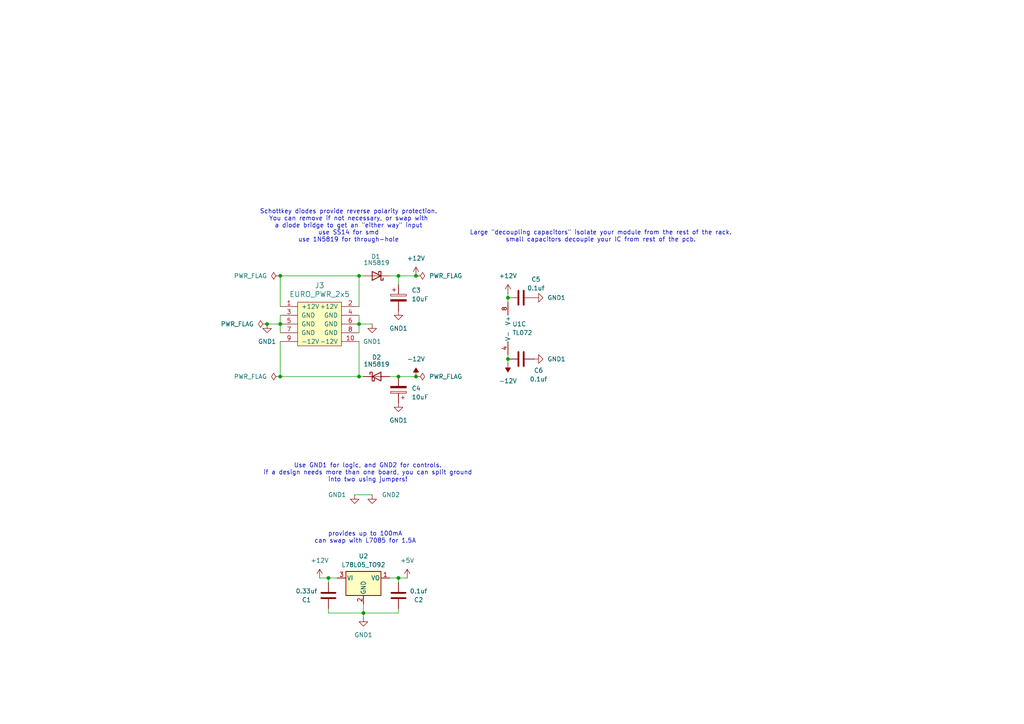
<source format=kicad_sch>
(kicad_sch (version 20231120) (generator "eeschema") (generator_version "8.0")
  (paper "A4")
  (title_block (title "Eurorack Power Input") (company "KitsBlips") (comment 1 "10-pin input with reverse polarity protection and 5v regulator on board."))
  (lib_symbols
    (symbol "Device:C" (pin_numbers hide) (pin_names (offset 0.254))
      (property "Reference" "C" (at 0.635 2.54 0))
      (property "Value" "C" (at 0.635 -2.54 0))
      (symbol "C_0_1"
        (polyline (pts (xy -2.032 -0.762) (xy 2.032 -0.762)) (stroke (width 0.508)))
        (polyline (pts (xy -2.032 0.762) (xy 2.032 0.762)) (stroke (width 0.508)))
      )
      (symbol "C_1_1"
        (pin passive line (at 0 3.81 270) (length 2.794) (name "~") (number "1"))
        (pin passive line (at 0 -3.81 90) (length 2.794) (name "~") (number "2"))
      )
    )
    (symbol "Device:C_Polarized" (pin_numbers hide) (pin_names (offset 0.254))
      (property "Reference" "C" (at 0.635 2.54 0))
      (property "Value" "C_Polarized" (at 0.635 -2.54 0))
      (symbol "C_Polarized_0_1"
        (rectangle (start -2.286 0.508) (end 2.286 1.016))
        (polyline (pts (xy -1.778 2.286) (xy -0.762 2.286)))
        (polyline (pts (xy -1.27 2.794) (xy -1.27 1.778)))
        (rectangle (start 2.286 -0.508) (end -2.286 -1.016) (fill (type outline)))
      )
      (symbol "C_Polarized_1_1"
        (pin passive line (at 0 3.81 270) (length 2.794) (name "~") (number "1"))
        (pin passive line (at 0 -3.81 90) (length 2.794) (name "~") (number "2"))
      )
    )
    (symbol "Diode:1N5819" (pin_numbers hide) (pin_names (offset 1.016) hide)
      (property "Reference" "D" (at 0 2.54 0))
      (property "Value" "1N5819" (at 0 -2.54 0))
      (symbol "1N5819_0_1"
        (polyline (pts (xy 1.27 0) (xy -1.27 0)))
        (polyline (pts (xy 1.27 1.27) (xy 1.27 -1.27) (xy -1.27 0) (xy 1.27 1.27)) (stroke (width 0.254)))
        (polyline (pts (xy -1.905 0.635) (xy -1.905 1.27) (xy -1.27 1.27) (xy -1.27 -1.27) (xy -0.635 -1.27) (xy -0.635 -0.635)) (stroke (width 0.254)))
      )
      (symbol "1N5819_1_1"
        (pin passive line (at -3.81 0 0) (length 2.54) (name "K") (number "1"))
        (pin passive line (at 3.81 0 180) (length 2.54) (name "A") (number "2"))
      )
    )
    (symbol "KitsBlips:+5V" (power) (pin_numbers hide) (pin_names (offset 0) hide)
      (property "Value" "+5V" (at 0 3.556 0))
      (symbol "+5V_0_1"
        (polyline (pts (xy -0.762 1.27) (xy 0 2.54)))
        (polyline (pts (xy 0 0) (xy 0 2.54)))
        (polyline (pts (xy 0 2.54) (xy 0.762 1.27)))
      )
      (symbol "+5V_1_1"
        (pin power_in line (at 0 0 90) (length 0) (name "~") (number "1"))
      )
    )
    (symbol "KitsBlips:Conn_02x05_Europower" (pin_names (offset 1.016))
      (property "Reference" "J" (at 0 -7.62 0))
      (property "Value" "Conn_02x05_Europower" (at 0 7.62 0))
      (property "Footprint" "misc:Pins_2x05_2.54mm_TH_Europower_shrouded" (at 0 0 0))
      (symbol "Conn_02x05_Europower_0_1"
        (rectangle (start -6.35 6.35) (end 6.35 -6.35) (fill (type background)))
      )
      (symbol "Conn_02x05_Europower_1_1"
        (pin power_in line (at -11.43 5.08 0) (length 5.08) (name "+12V") (number "1"))
        (pin power_in line (at 11.43 -5.08 180) (length 5.08) (name "-12V") (number "10"))
        (pin power_in line (at 11.43 5.08 180) (length 5.08) (name "+12V") (number "2"))
        (pin power_in line (at -11.43 2.54 0) (length 5.08) (name "GND") (number "3"))
        (pin power_in line (at 11.43 2.54 180) (length 5.08) (name "GND") (number "4"))
        (pin power_in line (at -11.43 0 0) (length 5.08) (name "GND") (number "5"))
        (pin power_in line (at 11.43 0 180) (length 5.08) (name "GND") (number "6"))
        (pin power_in line (at -11.43 -2.54 0) (length 5.08) (name "GND") (number "7"))
        (pin power_in line (at 11.43 -2.54 180) (length 5.08) (name "GND") (number "8"))
        (pin power_in line (at -11.43 -5.08 0) (length 5.08) (name "-12V") (number "9"))
      )
    )
    (symbol "KitsBlips:TL072" (pin_names (offset 0.127))
      (property "Reference" "U" (at 0 5.08 0))
      (property "Value" "TL072" (at 0 -5.08 0))
      (symbol "TL072_1_1"
        (polyline (pts (xy -5.08 5.08) (xy 5.08 0) (xy -5.08 -5.08) (xy -5.08 5.08)) (stroke (width 0.254)) (fill (type background)))
        (pin output line (at 7.62 0 180) (length 2.54) (name "~") (number "1"))
        (pin input line (at -7.62 -2.54 0) (length 2.54) (name "-") (number "2"))
        (pin input line (at -7.62 2.54 0) (length 2.54) (name "+") (number "3"))
      )
      (symbol "TL072_2_1"
        (polyline (pts (xy -5.08 5.08) (xy 5.08 0) (xy -5.08 -5.08) (xy -5.08 5.08)) (stroke (width 0.254)) (fill (type background)))
        (pin input line (at -7.62 2.54 0) (length 2.54) (name "+") (number "5"))
        (pin input line (at -7.62 -2.54 0) (length 2.54) (name "-") (number "6"))
        (pin output line (at 7.62 0 180) (length 2.54) (name "~") (number "7"))
      )
      (symbol "TL072_3_1"
        (pin power_in line (at -2.54 -7.62 90) (length 3.81) (name "V-") (number "4"))
        (pin power_in line (at -2.54 7.62 270) (length 3.81) (name "V+") (number "8"))
      )
    )
    (symbol "PCM_4ms_Power-symbol:PWR_FLAG" (power) (pin_numbers hide) (pin_names (offset 0) hide)
      (property "Value" "PWR_FLAG" (at 0 3.81 0))
      (symbol "PWR_FLAG_0_0"
        (pin power_out line (at 0 0 90) (length 0) (name "pwr") (number "1"))
      )
      (symbol "PWR_FLAG_0_1"
        (polyline (pts (xy 0 0) (xy 0 1.27) (xy -1.016 1.905) (xy 0 2.54) (xy 1.016 1.905) (xy 0 1.27)))
      )
    )
    (symbol "Regulator_Linear:L78L05_TO92" (pin_names (offset 0.254))
      (property "Reference" "U" (at -3.81 3.175 0))
      (property "Value" "L78L05_TO92" (at 0 3.175 0))
      (symbol "L78L05_TO92_0_1"
        (rectangle (start -5.08 -5.08) (end 5.08 1.905) (stroke (width 0.254)) (fill (type background)))
      )
      (symbol "L78L05_TO92_1_1"
        (pin power_out line (at 7.62 0 180) (length 2.54) (name "VO") (number "1"))
        (pin power_in line (at 0 -7.62 90) (length 2.54) (name "GND") (number "2"))
        (pin power_in line (at -7.62 0 0) (length 2.54) (name "VI") (number "3"))
      )
    )
    (symbol "power:+12V" (power) (pin_numbers hide) (pin_names (offset 0) hide)
      (property "Value" "+12V" (at 0 3.556 0))
      (symbol "+12V_0_1"
        (polyline (pts (xy -0.762 1.27) (xy 0 2.54)))
        (polyline (pts (xy 0 0) (xy 0 2.54)))
        (polyline (pts (xy 0 2.54) (xy 0.762 1.27)))
      )
      (symbol "+12V_1_1"
        (pin power_in line (at 0 0 90) (length 0) (name "~") (number "1"))
      )
    )
    (symbol "power:-12V" (power) (pin_numbers hide) (pin_names (offset 0) hide)
      (property "Value" "-12V" (at 0 3.556 0))
      (symbol "-12V_0_0"
        (pin power_in line (at 0 0 90) (length 0) (name "~") (number "1"))
      )
      (symbol "-12V_0_1"
        (polyline (pts (xy 0 0) (xy 0 1.27) (xy 0.762 1.27) (xy 0 2.54) (xy -0.762 1.27) (xy 0 1.27)) (fill (type outline)))
      )
    )
    (symbol "power:GND1" (power) (pin_numbers hide) (pin_names (offset 0) hide)
      (property "Value" "GND1" (at 0 -3.81 0))
      (symbol "GND1_0_1"
        (polyline (pts (xy 0 0) (xy 0 -1.27) (xy 1.27 -1.27) (xy 0 -2.54) (xy -1.27 -1.27) (xy 0 -1.27)))
      )
      (symbol "GND1_1_1"
        (pin power_in line (at 0 0 270) (length 0) (name "~") (number "1"))
      )
    )
    (symbol "power:GND2" (power) (pin_numbers hide) (pin_names (offset 0) hide)
      (property "Value" "GND2" (at 0 -3.81 0))
      (symbol "GND2_0_1"
        (polyline (pts (xy 0 0) (xy 0 -1.27) (xy 1.27 -1.27) (xy 0 -2.54) (xy -1.27 -1.27) (xy 0 -1.27)))
      )
      (symbol "GND2_1_1"
        (pin power_in line (at 0 0 270) (length 0) (name "~") (number "1"))
      )
    )
  )
  (junction (at 120.65 80.01))
  (junction (at 104.14 109.22))
  (junction (at 147.32 86.36))
  (junction (at 147.32 104.14))
  (junction (at 105.41 177.8))
  (junction (at 120.65 109.22))
  (junction (at 81.28 93.98))
  (junction (at 95.25 167.64))
  (junction (at 115.57 80.01))
  (junction (at 81.28 109.22))
  (junction (at 104.14 93.98))
  (junction (at 77.47 93.98))
  (junction (at 115.57 109.22))
  (junction (at 81.28 80.01))
  (junction (at 104.14 80.01))
  (junction (at 115.57 167.64))
  (wire (pts (xy 115.57 177.8) (xy 105.41 177.8)))
  (wire (pts (xy 105.41 175.26) (xy 105.41 177.8)))
  (wire (pts (xy 102.87 143.51) (xy 107.95 143.51)))
  (wire (pts (xy 104.14 91.44) (xy 104.14 93.98)))
  (wire (pts (xy 81.28 93.98) (xy 81.28 96.52)))
  (wire (pts (xy 81.28 99.06) (xy 81.28 109.22)))
  (wire (pts (xy 77.47 93.98) (xy 81.28 93.98)))
  (wire (pts (xy 115.57 167.64) (xy 115.57 168.91)))
  (wire (pts (xy 147.32 105.41) (xy 147.32 104.14)))
  (wire (pts (xy 104.14 88.9) (xy 104.14 80.01)))
  (wire (pts (xy 105.41 109.22) (xy 104.14 109.22)))
  (wire (pts (xy 113.03 109.22) (xy 115.57 109.22)))
  (wire (pts (xy 147.32 86.36) (xy 147.32 87.63)))
  (wire (pts (xy 147.32 104.14) (xy 147.32 102.87)))
  (wire (pts (xy 115.57 176.53) (xy 115.57 177.8)))
  (wire (pts (xy 81.28 91.44) (xy 81.28 93.98)))
  (wire (pts (xy 95.25 177.8) (xy 105.41 177.8)))
  (wire (pts (xy 105.41 80.01) (xy 104.14 80.01)))
  (wire (pts (xy 105.41 177.8) (xy 105.41 179.07)))
  (wire (pts (xy 115.57 80.01) (xy 115.57 82.55)))
  (wire (pts (xy 81.28 80.01) (xy 104.14 80.01)))
  (wire (pts (xy 115.57 167.64) (xy 118.11 167.64)))
  (wire (pts (xy 107.95 93.98) (xy 104.14 93.98)))
  (wire (pts (xy 81.28 109.22) (xy 104.14 109.22)))
  (wire (pts (xy 115.57 109.22) (xy 120.65 109.22)))
  (wire (pts (xy 115.57 80.01) (xy 120.65 80.01)))
  (wire (pts (xy 95.25 167.64) (xy 95.25 168.91)))
  (wire (pts (xy 92.71 167.64) (xy 95.25 167.64)))
  (wire (pts (xy 113.03 80.01) (xy 115.57 80.01)))
  (wire (pts (xy 95.25 167.64) (xy 97.79 167.64)))
  (wire (pts (xy 104.14 99.06) (xy 104.14 109.22)))
  (wire (pts (xy 113.03 167.64) (xy 115.57 167.64)))
  (wire (pts (xy 81.28 88.9) (xy 81.28 80.01)))
  (wire (pts (xy 104.14 93.98) (xy 104.14 96.52)))
  (wire (pts (xy 147.32 85.09) (xy 147.32 86.36)))
  (wire (pts (xy 95.25 176.53) (xy 95.25 177.8)))
  (text "Large \"decoupling capacitors\" isolate your module from the rest of the rack.\nsmall capacitors decouple your IC from rest of the pcb." (at 174.244 68.58 0) (effects (font (size 1.27 1.27))))
  (text "Use GND1 for logic, and GND2 for controls.\nif a design needs more than one board, you can split ground\ninto two using jumpers!" (at 106.68 137.16 0) (effects (font (size 1.27 1.27))))
  (text "Schottkey diodes provide reverse polarity protection.\nYou can remove if not necessary, or swap with\na diode bridge to get an \"either way\" input\nuse SS14 for smd\nuse 1N5819 for through-hole" (at 101.092 65.532 0) (effects (font (size 1.27 1.27))))
  (text "provides up to 100mA\ncan swap with L7085 for 1.5A" (at 105.918 155.956 0) (effects (font (size 1.27 1.27))))
  (symbol (lib_id "power:GND1") (at 115.57 116.84 0) (unit 1)
    (property "Reference" "#PWR012" (effects (hide yes)))
    (property "Value" "GND1" (at 115.57 121.92 0))
    (property "Description" "Power symbol creates a global label with name \"GND1\" , ground" (effects (hide yes)))
  )
  (symbol (lib_id "Diode:1N5819") (at 109.22 109.22 0) (unit 1)
    (property "Reference" "D2" (at 109.22 103.632 0))
    (property "Value" "1N5819" (at 109.22 105.664 0))
    (property "Footprint" "Diode_THT:D_DO-41_SOD81_P10.16mm_Horizontal" (effects (hide yes)))
    (property "Datasheet" "http://www.vishay.com/docs/88525/1n5817.pdf" (effects (hide yes)))
    (property "Description" "40V 1A Schottky Barrier Rectifier Diode, DO-41" (effects (hide yes)))
  )
  (symbol (lib_id "power:-12V") (at 147.32 105.41 180) (unit 1)
    (property "Reference" "#PWR016" (effects (hide yes)))
    (property "Value" "-12V" (at 147.32 110.49 0))
    (property "Description" "Power symbol creates a global label with name \"-12V\"" (effects (hide yes)))
  )
  (symbol (lib_id "KitsBlips:TL072") (at 149.86 95.25 0) (unit 3)
    (property "Reference" "U1" (at 148.59 93.9799 0) (effects (justify left)))
    (property "Value" "TL072" (at 148.59 96.5199 0) (effects (justify left)))
    (property "Footprint" "Package_DIP:DIP-8_W7.62mm_LongPads" (effects (hide yes)))
    (property "Datasheet" "http://www.ti.com/lit/ds/symlink/tl071.pdf" (effects (hide yes)))
    (property "Description" "Dual Low-Noise JFET-Input Operational Amplifiers, DIP-8/SOIC-8" (effects (hide yes)))
  )
  (symbol (lib_id "power:GND1") (at 102.87 143.51 0) (unit 1)
    (property "Reference" "#PWR06" (effects (hide yes)))
    (property "Value" "GND1" (at 97.79 143.51 0))
    (property "Description" "Power symbol creates a global label with name \"GND1\" , ground" (effects (hide yes)))
  )
  (symbol (lib_id "Diode:1N5819") (at 109.22 80.01 180) (unit 1)
    (property "Reference" "D1" (at 108.966 74.422 0))
    (property "Value" "1N5819" (at 109.22 76.2 0))
    (property "Footprint" "Diode_THT:D_DO-41_SOD81_P10.16mm_Horizontal" (effects (hide yes)))
    (property "Datasheet" "http://www.vishay.com/docs/88525/1n5817.pdf" (effects (hide yes)))
    (property "Description" "40V 1A Schottky Barrier Rectifier Diode, DO-41" (effects (hide yes)))
  )
  (symbol (lib_id "power:GND1") (at 105.41 179.07 0) (unit 1)
    (property "Reference" "#PWR08" (effects (hide yes)))
    (property "Value" "GND1" (at 105.41 184.15 0))
    (property "Description" "Power symbol creates a global label with name \"GND1\" , ground" (effects (hide yes)))
  )
  (symbol (lib_id "Regulator_Linear:L78L05_TO92") (at 105.41 167.64 0) (unit 1)
    (property "Reference" "U2" (at 105.41 161.29 0))
    (property "Value" "L78L05_TO92" (at 105.41 163.83 0))
    (property "Footprint" "Package_TO_SOT_THT:TO-92_Inline" (effects (hide yes)))
    (property "Datasheet" "http://www.st.com/content/ccc/resource/technical/document/datasheet/15/55/e5/aa/23/5b/43/fd/CD00000446.pdf/files/CD00000446.pdf/jcr:content/translations/en.CD00000446.pdf" (effects (hide yes)))
    (property "Description" "Positive 100mA 30V Linear Regulator, Fixed Output 5V, TO-92" (effects (hide yes)))
  )
  (symbol (lib_id "Device:C") (at 95.25 172.72 0) (mirror x) (unit 1)
    (property "Reference" "C1" (at 88.9 173.99 0))
    (property "Value" "0.33uf" (at 88.9 171.45 0))
    (property "Footprint" "Capacitor_THT:C_Disc_D5.0mm_W2.5mm_P2.50mm" (effects (hide yes)))
    (property "Description" "Unpolarized capacitor" (effects (hide yes)))
  )
  (symbol (lib_id "power:GND1") (at 154.94 86.36 90) (unit 1)
    (property "Reference" "#PWR017" (effects (hide yes)))
    (property "Value" "GND1" (at 158.75 86.3599 90) (effects (justify right)))
    (property "Description" "Power symbol creates a global label with name \"GND1\" , ground" (effects (hide yes)))
  )
  (symbol (lib_id "KitsBlips:+5V") (at 118.11 167.64 0) (unit 1)
    (property "Reference" "#PWR010" (effects (hide yes)))
    (property "Value" "+5V" (at 118.11 162.56 0))
    (property "Description" "Power symbol creates a global label with name \"+5V\"" (effects (hide yes)))
  )
  (symbol (lib_id "power:+12V") (at 147.32 85.09 0) (unit 1)
    (property "Reference" "#PWR015" (effects (hide yes)))
    (property "Value" "+12V" (at 147.32 80.01 0))
    (property "Description" "Power symbol creates a global label with name \"+12V\"" (effects (hide yes)))
  )
  (symbol (lib_id "power:GND1") (at 154.94 104.14 90) (unit 1)
    (property "Reference" "#PWR018" (effects (hide yes)))
    (property "Value" "GND1" (at 158.75 104.1399 90) (effects (justify right)))
    (property "Description" "Power symbol creates a global label with name \"GND1\" , ground" (effects (hide yes)))
  )
  (symbol (lib_id "KitsBlips:Conn_02x05_Europower") (at 92.71 93.98 0) (unit 1)
    (property "Reference" "J3" (at 92.71 82.804 0) (effects (font (size 1.524 1.524))))
    (property "Value" "EURO_PWR_2x5" (at 92.71 85.344 0) (effects (font (size 1.524 1.524))))
    (property "Footprint" "KitsBlips:Pins_2x05_2.54mm_TH_Europower_shrouded" (effects (hide yes)))
    (property "Description" "10-pin eurorack power input" (effects (hide yes)))
  )
  (symbol (lib_id "Device:C_Polarized") (at 115.57 113.03 180) (unit 1)
    (property "Reference" "C4" (at 119.38 112.6489 0) (effects (justify right)))
    (property "Value" "10uF" (at 119.38 115.1889 0) (effects (justify right)))
    (property "Footprint" "KitsBlips:CP_Radial_P2.5mm" (effects (hide yes)))
    (property "Description" "Polarized capacitor" (effects (hide yes)))
  )
  (symbol (lib_id "Device:C") (at 151.13 86.36 90) (unit 1)
    (property "Reference" "C5" (at 155.448 81.026 90))
    (property "Value" "0.1uf" (at 155.448 83.566 90))
    (property "Footprint" "Capacitor_THT:C_Disc_D5.0mm_W2.5mm_P2.50mm" (effects (hide yes)))
    (property "Description" "Unpolarized capacitor" (effects (hide yes)))
  )
  (symbol (lib_id "PCM_4ms_Power-symbol:PWR_FLAG") (at 81.28 109.22 90) (unit 1)
    (property "Reference" "#FLG03" (effects (hide yes)))
    (property "Value" "PWR_FLAG" (at 77.47 109.2199 90) (effects (justify left)))
  )
  (symbol (lib_id "power:-12V") (at 120.65 109.22 0) (unit 1)
    (property "Reference" "#PWR014" (effects (hide yes)))
    (property "Value" "-12V" (at 120.65 104.14 0))
    (property "Description" "Power symbol creates a global label with name \"-12V\"" (effects (hide yes)))
  )
  (symbol (lib_id "power:GND1") (at 77.47 93.98 0) (unit 1)
    (property "Reference" "#PWR04" (effects (hide yes)))
    (property "Value" "GND1" (at 77.47 99.06 0))
    (property "Description" "Power symbol creates a global label with name \"GND1\" , ground" (effects (hide yes)))
  )
  (symbol (lib_id "power:GND1") (at 107.95 93.98 0) (unit 1)
    (property "Reference" "#PWR07" (effects (hide yes)))
    (property "Value" "GND1" (at 107.95 99.06 0))
    (property "Description" "Power symbol creates a global label with name \"GND1\" , ground" (effects (hide yes)))
  )
  (symbol (lib_id "PCM_4ms_Power-symbol:PWR_FLAG") (at 120.65 109.22 270) (unit 1)
    (property "Reference" "#FLG01" (effects (hide yes)))
    (property "Value" "PWR_FLAG" (at 124.46 109.2199 90) (effects (justify left)))
  )
  (symbol (lib_id "Device:C") (at 115.57 172.72 180) (unit 1)
    (property "Reference" "C2" (at 121.412 173.99 0))
    (property "Value" "0.1uf" (at 121.412 171.45 0))
    (property "Footprint" "Capacitor_THT:C_Disc_D5.0mm_W2.5mm_P2.50mm" (effects (hide yes)))
    (property "Description" "Unpolarized capacitor" (effects (hide yes)))
  )
  (symbol (lib_id "PCM_4ms_Power-symbol:PWR_FLAG") (at 120.65 80.01 270) (unit 1)
    (property "Reference" "#FLG02" (effects (hide yes)))
    (property "Value" "PWR_FLAG" (at 124.46 80.0099 90) (effects (justify left)))
  )
  (symbol (lib_id "power:GND2") (at 107.95 143.51 0) (unit 1)
    (property "Reference" "#PWR09" (effects (hide yes)))
    (property "Value" "GND2" (at 110.744 143.51 0) (effects (justify left)))
    (property "Description" "Power symbol creates a global label with name \"GND2\" , ground" (effects (hide yes)))
  )
  (symbol (lib_id "Device:C") (at 151.13 104.14 90) (unit 1)
    (property "Reference" "C6" (at 156.21 107.442 90))
    (property "Value" "0.1uf" (at 156.21 109.982 90))
    (property "Footprint" "Capacitor_THT:C_Disc_D5.0mm_W2.5mm_P2.50mm" (effects (hide yes)))
    (property "Description" "Unpolarized capacitor" (effects (hide yes)))
  )
  (symbol (lib_id "Device:C_Polarized") (at 115.57 86.36 0) (unit 1)
    (property "Reference" "C3" (at 119.38 84.2009 0) (effects (justify left)))
    (property "Value" "10uF" (at 119.38 86.7409 0) (effects (justify left)))
    (property "Footprint" "KitsBlips:CP_Radial_P2.5mm" (effects (hide yes)))
    (property "Description" "Polarized capacitor" (effects (hide yes)))
  )
  (symbol (lib_id "power:+12V") (at 120.65 80.01 0) (unit 1)
    (property "Reference" "#PWR013" (effects (hide yes)))
    (property "Value" "+12V" (at 120.65 74.93 0))
    (property "Description" "Power symbol creates a global label with name \"+12V\"" (effects (hide yes)))
  )
  (symbol (lib_id "PCM_4ms_Power-symbol:PWR_FLAG") (at 81.28 80.01 90) (unit 1)
    (property "Reference" "#FLG04" (effects (hide yes)))
    (property "Value" "PWR_FLAG" (at 77.47 80.0099 90) (effects (justify left)))
  )
  (symbol (lib_id "PCM_4ms_Power-symbol:PWR_FLAG") (at 77.47 93.98 90) (unit 1)
    (property "Reference" "#FLG05" (effects (hide yes)))
    (property "Value" "PWR_FLAG" (at 73.66 93.9799 90) (effects (justify left)))
  )
  (symbol (lib_id "power:+12V") (at 92.71 167.64 0) (unit 1)
    (property "Reference" "#PWR05" (effects (hide yes)))
    (property "Value" "+12V" (at 92.71 162.56 0))
    (property "Description" "Power symbol creates a global label with name \"+12V\"" (effects (hide yes)))
  )
  (symbol (lib_id "power:GND1") (at 115.57 90.17 0) (unit 1)
    (property "Reference" "#PWR011" (effects (hide yes)))
    (property "Value" "GND1" (at 115.57 95.25 0))
    (property "Description" "Power symbol creates a global label with name \"GND1\" , ground" (effects (hide yes)))
  )
)
</source>
